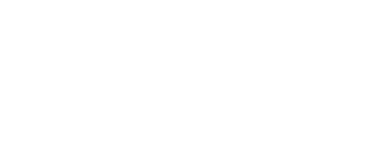
<source format=gbl>
From e8ce69ccb5f72c80c06e9a2613a3428d060f9036 Mon Sep 17 00:00:00 2001
From: Jan--Henrik <janhenrik@janhenrik.org>
Date: Fri, 17 May 2019 23:49:41 +0200
Subject: v1.2

---
 gerber/OtterPill-B_Cu.gbl | 15 ++++++++-------
 1 file changed, 8 insertions(+), 7 deletions(-)

(limited to 'gerber/OtterPill-B_Cu.gbl')

diff --git a/gerber/OtterPill-B_Cu.gbl b/gerber/OtterPill-B_Cu.gbl
index 5b828c0..d401c3c 100644
--- a/gerber/OtterPill-B_Cu.gbl
+++ b/gerber/OtterPill-B_Cu.gbl
@@ -1,12 +1,12 @@
-G04 #@! TF.GenerationSoftware,KiCad,Pcbnew,5.1.0*
-G04 #@! TF.CreationDate,2019-05-06T17:27:13+02:00*
+G04 #@! TF.GenerationSoftware,KiCad,Pcbnew,5.1.2*
+G04 #@! TF.CreationDate,2019-05-17T23:45:07+02:00*
 G04 #@! TF.ProjectId,OtterPill,4f747465-7250-4696-9c6c-2e6b69636164,rev?*
 G04 #@! TF.SameCoordinates,Original*
 G04 #@! TF.FileFunction,Copper,L2,Bot*
 G04 #@! TF.FilePolarity,Positive*
 %FSLAX46Y46*%
 G04 Gerber Fmt 4.6, Leading zero omitted, Abs format (unit mm)*
-G04 Created by KiCad (PCBNEW 5.1.0) date 2019-05-06 17:27:13*
+G04 Created by KiCad (PCBNEW 5.1.2) date 2019-05-17 23:45:07*
 %MOMM*%
 %LPD*%
 G04 APERTURE LIST*
@@ -98,12 +98,12 @@ D15*
 X50300000Y-36750000D03*
 X52900000Y-36800000D03*
 X43600000Y-30700000D03*
-X42300000Y-31500000D03*
+X42350000Y-31250000D03*
 X34100000Y-32000000D03*
 X37900000Y-27100000D03*
-X46000000Y-28700000D03*
-X39500000Y-28600000D03*
-X42700000Y-25300000D03*
+X45500000Y-28700000D03*
+X39900000Y-28600000D03*
+X42700000Y-25700000D03*
 X29700000Y-28500000D03*
 X30200000Y-26600000D03*
 X34400000Y-27900000D03*
@@ -147,6 +147,7 @@ X51400000Y-30575000D03*
 X53950000Y-32710510D03*
 X50049521Y-31614490D03*
 X47950000Y-28525000D03*
+X41285965Y-33185965D03*
 X24500000Y-28800000D03*
 X27700000Y-25700000D03*
 X27700000Y-26300000D03*
-- 
cgit 


</source>
